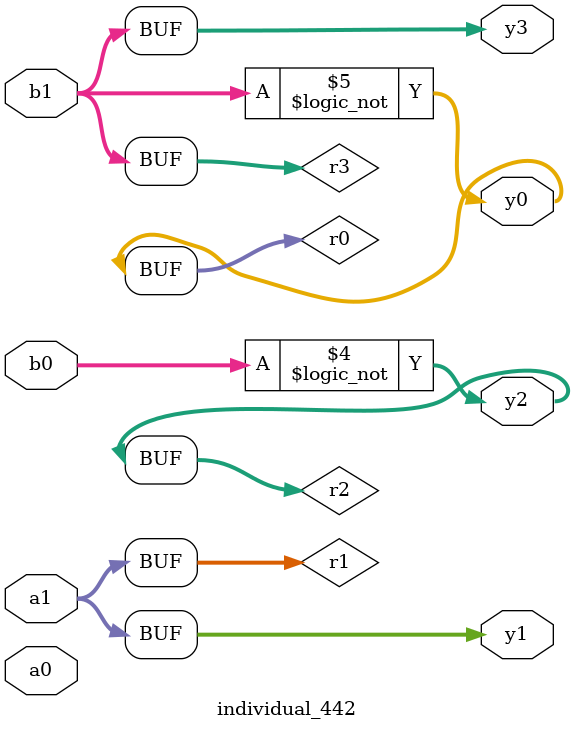
<source format=sv>
module individual_442(input logic [15:0] a1, input logic [15:0] a0, input logic [15:0] b1, input logic [15:0] b0, output logic [15:0] y3, output logic [15:0] y2, output logic [15:0] y1, output logic [15:0] y0);
logic [15:0] r0, r1, r2, r3; 
 always@(*) begin 
	 r0 = a0; r1 = a1; r2 = b0; r3 = b1; 
 	 r2 = ! r1 ;
 	 r2  &=  r3 ;
 	 r2 = ! b0 ;
 	 r0 = ! b1 ;
 	 y3 = r3; y2 = r2; y1 = r1; y0 = r0; 
end
endmodule
</source>
